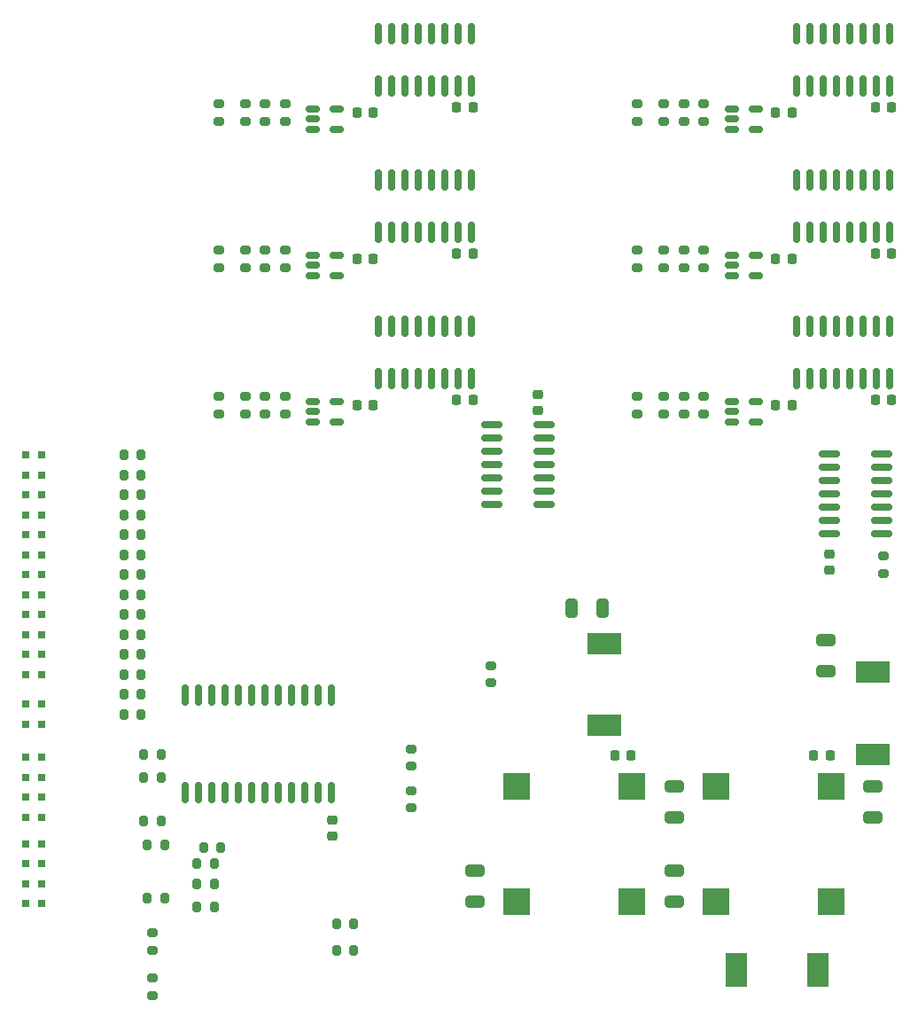
<source format=gbr>
%TF.GenerationSoftware,KiCad,Pcbnew,(7.0.0)*%
%TF.CreationDate,2023-03-12T03:04:05-07:00*%
%TF.ProjectId,EnergyMonitor - ESP PCB,456e6572-6779-44d6-9f6e-69746f72202d,rev?*%
%TF.SameCoordinates,Original*%
%TF.FileFunction,Paste,Top*%
%TF.FilePolarity,Positive*%
%FSLAX46Y46*%
G04 Gerber Fmt 4.6, Leading zero omitted, Abs format (unit mm)*
G04 Created by KiCad (PCBNEW (7.0.0)) date 2023-03-12 03:04:05*
%MOMM*%
%LPD*%
G01*
G04 APERTURE LIST*
G04 Aperture macros list*
%AMRoundRect*
0 Rectangle with rounded corners*
0 $1 Rounding radius*
0 $2 $3 $4 $5 $6 $7 $8 $9 X,Y pos of 4 corners*
0 Add a 4 corners polygon primitive as box body*
4,1,4,$2,$3,$4,$5,$6,$7,$8,$9,$2,$3,0*
0 Add four circle primitives for the rounded corners*
1,1,$1+$1,$2,$3*
1,1,$1+$1,$4,$5*
1,1,$1+$1,$6,$7*
1,1,$1+$1,$8,$9*
0 Add four rect primitives between the rounded corners*
20,1,$1+$1,$2,$3,$4,$5,0*
20,1,$1+$1,$4,$5,$6,$7,0*
20,1,$1+$1,$6,$7,$8,$9,0*
20,1,$1+$1,$8,$9,$2,$3,0*%
G04 Aperture macros list end*
%ADD10RoundRect,0.225000X-0.250000X0.225000X-0.250000X-0.225000X0.250000X-0.225000X0.250000X0.225000X0*%
%ADD11RoundRect,0.150000X-0.150000X0.875000X-0.150000X-0.875000X0.150000X-0.875000X0.150000X0.875000X0*%
%ADD12RoundRect,0.200000X0.275000X-0.200000X0.275000X0.200000X-0.275000X0.200000X-0.275000X-0.200000X0*%
%ADD13RoundRect,0.200000X-0.275000X0.200000X-0.275000X-0.200000X0.275000X-0.200000X0.275000X0.200000X0*%
%ADD14RoundRect,0.250000X0.650000X-0.325000X0.650000X0.325000X-0.650000X0.325000X-0.650000X-0.325000X0*%
%ADD15RoundRect,0.250000X-0.650000X0.325000X-0.650000X-0.325000X0.650000X-0.325000X0.650000X0.325000X0*%
%ADD16RoundRect,0.225000X0.225000X0.250000X-0.225000X0.250000X-0.225000X-0.250000X0.225000X-0.250000X0*%
%ADD17R,2.500000X2.500000*%
%ADD18R,2.000000X3.200000*%
%ADD19RoundRect,0.250000X0.325000X0.650000X-0.325000X0.650000X-0.325000X-0.650000X0.325000X-0.650000X0*%
%ADD20R,3.200000X2.000000*%
%ADD21RoundRect,0.225000X0.250000X-0.225000X0.250000X0.225000X-0.250000X0.225000X-0.250000X-0.225000X0*%
%ADD22RoundRect,0.200000X0.200000X0.275000X-0.200000X0.275000X-0.200000X-0.275000X0.200000X-0.275000X0*%
%ADD23RoundRect,0.150000X-0.825000X-0.150000X0.825000X-0.150000X0.825000X0.150000X-0.825000X0.150000X0*%
%ADD24RoundRect,0.150000X0.825000X0.150000X-0.825000X0.150000X-0.825000X-0.150000X0.825000X-0.150000X0*%
%ADD25R,0.800000X0.800000*%
%ADD26RoundRect,0.150000X-0.150000X0.825000X-0.150000X-0.825000X0.150000X-0.825000X0.150000X0.825000X0*%
%ADD27RoundRect,0.150000X-0.512500X-0.150000X0.512500X-0.150000X0.512500X0.150000X-0.512500X0.150000X0*%
%ADD28RoundRect,0.225000X-0.225000X-0.250000X0.225000X-0.250000X0.225000X0.250000X-0.225000X0.250000X0*%
%ADD29RoundRect,0.200000X-0.200000X-0.275000X0.200000X-0.275000X0.200000X0.275000X-0.200000X0.275000X0*%
G04 APERTURE END LIST*
D10*
%TO.C,C1*%
X118653000Y-95509000D03*
X118653000Y-97059000D03*
%TD*%
D11*
%TO.C,U4*%
X71115000Y-109010000D03*
X69845000Y-109010000D03*
X68575000Y-109010000D03*
X67305000Y-109010000D03*
X66035000Y-109010000D03*
X64765000Y-109010000D03*
X63495000Y-109010000D03*
X62225000Y-109010000D03*
X60955000Y-109010000D03*
X59685000Y-109010000D03*
X58415000Y-109010000D03*
X57145000Y-109010000D03*
X57145000Y-118310000D03*
X58415000Y-118310000D03*
X59685000Y-118310000D03*
X60955000Y-118310000D03*
X62225000Y-118310000D03*
X63495000Y-118310000D03*
X64765000Y-118310000D03*
X66035000Y-118310000D03*
X67305000Y-118310000D03*
X68575000Y-118310000D03*
X69845000Y-118310000D03*
X71115000Y-118310000D03*
%TD*%
D12*
%TO.C,R3*%
X86355000Y-107805000D03*
X86355000Y-106155000D03*
%TD*%
D13*
%TO.C,R1*%
X53970000Y-131695000D03*
X53970000Y-133345000D03*
%TD*%
D14*
%TO.C,C6*%
X84810000Y-128687500D03*
X84810000Y-125737500D03*
%TD*%
%TO.C,C7*%
X103810000Y-128687500D03*
X103810000Y-125737500D03*
%TD*%
D15*
%TO.C,C8*%
X103810000Y-117712500D03*
X103810000Y-120662500D03*
%TD*%
%TO.C,C9*%
X122810000Y-117712500D03*
X122810000Y-120662500D03*
%TD*%
D16*
%TO.C,C10*%
X99710000Y-114700000D03*
X98160000Y-114700000D03*
%TD*%
%TO.C,C11*%
X118710000Y-114700000D03*
X117160000Y-114700000D03*
%TD*%
D17*
%TO.C,U6*%
X107809999Y-128699999D03*
X107809999Y-117699999D03*
X118809999Y-117699999D03*
X118809999Y-128699999D03*
%TD*%
D18*
%TO.C,L1*%
X117559999Y-135249999D03*
X109759999Y-135249999D03*
%TD*%
D17*
%TO.C,U5*%
X88809999Y-128699999D03*
X88809999Y-117699999D03*
X99809999Y-117699999D03*
X99809999Y-128699999D03*
%TD*%
D19*
%TO.C,C12*%
X96974000Y-100706000D03*
X94024000Y-100706000D03*
%TD*%
D20*
%TO.C,L2*%
X97149999Y-111844999D03*
X97149999Y-104044999D03*
%TD*%
%TO.C,L3*%
X122809999Y-114599999D03*
X122809999Y-106799999D03*
%TD*%
D14*
%TO.C,C13*%
X118310000Y-106675000D03*
X118310000Y-103725000D03*
%TD*%
D21*
%TO.C,C3*%
X90800000Y-81783000D03*
X90800000Y-80233000D03*
%TD*%
D10*
%TO.C,C2*%
X71130000Y-120885000D03*
X71130000Y-122435000D03*
%TD*%
D22*
%TO.C,R4*%
X55156250Y-123252750D03*
X53506250Y-123252750D03*
%TD*%
%TO.C,R5*%
X55156250Y-128332750D03*
X53506250Y-128332750D03*
%TD*%
D23*
%TO.C,U3*%
X86420000Y-83180000D03*
X86420000Y-84450000D03*
X86420000Y-85720000D03*
X86420000Y-86990000D03*
X86420000Y-88260000D03*
X86420000Y-89530000D03*
X86420000Y-90800000D03*
X91370000Y-90800000D03*
X91370000Y-89530000D03*
X91370000Y-88260000D03*
X91370000Y-86990000D03*
X91370000Y-85720000D03*
X91370000Y-84450000D03*
X91370000Y-83180000D03*
%TD*%
D24*
%TO.C,U1*%
X123628000Y-93594000D03*
X123628000Y-92324000D03*
X123628000Y-91054000D03*
X123628000Y-89784000D03*
X123628000Y-88514000D03*
X123628000Y-87244000D03*
X123628000Y-85974000D03*
X118678000Y-85974000D03*
X118678000Y-87244000D03*
X118678000Y-88514000D03*
X118678000Y-89784000D03*
X118678000Y-91054000D03*
X118678000Y-92324000D03*
X118678000Y-93594000D03*
%TD*%
D12*
%TO.C,R2*%
X123820000Y-97340000D03*
X123820000Y-95690000D03*
%TD*%
D13*
%TO.C,R6*%
X78735000Y-114105000D03*
X78735000Y-115755000D03*
%TD*%
D25*
%TO.C,D6*%
X41904999Y-123184999D03*
X43404999Y-123184999D03*
%TD*%
D22*
%TO.C,R28*%
X59875000Y-125090000D03*
X58225000Y-125090000D03*
%TD*%
D25*
%TO.C,D16*%
X43404999Y-106979999D03*
X41904999Y-106979999D03*
%TD*%
D26*
%TO.C,U15*%
X124455000Y-59815000D03*
X123185000Y-59815000D03*
X121915000Y-59815000D03*
X120645000Y-59815000D03*
X119375000Y-59815000D03*
X118105000Y-59815000D03*
X116835000Y-59815000D03*
X115565000Y-59815000D03*
X115565000Y-64765000D03*
X116835000Y-64765000D03*
X118105000Y-64765000D03*
X119375000Y-64765000D03*
X120645000Y-64765000D03*
X121915000Y-64765000D03*
X123185000Y-64765000D03*
X124455000Y-64765000D03*
%TD*%
D25*
%TO.C,D11*%
X43404999Y-97454999D03*
X41904999Y-97454999D03*
%TD*%
D26*
%TO.C,U7*%
X84450000Y-45845000D03*
X83180000Y-45845000D03*
X81910000Y-45845000D03*
X80640000Y-45845000D03*
X79370000Y-45845000D03*
X78100000Y-45845000D03*
X76830000Y-45845000D03*
X75560000Y-45845000D03*
X75560000Y-50795000D03*
X76830000Y-50795000D03*
X78100000Y-50795000D03*
X79370000Y-50795000D03*
X80640000Y-50795000D03*
X81910000Y-50795000D03*
X83180000Y-50795000D03*
X84450000Y-50795000D03*
%TD*%
D27*
%TO.C,U14*%
X109347500Y-53020000D03*
X109347500Y-53970000D03*
X109347500Y-54920000D03*
X111622500Y-54920000D03*
X111622500Y-53020000D03*
%TD*%
D12*
%TO.C,R17*%
X104770000Y-54160000D03*
X104770000Y-52510000D03*
%TD*%
D28*
%TO.C,C19*%
X73515000Y-67305000D03*
X75065000Y-67305000D03*
%TD*%
D22*
%TO.C,R27*%
X59875000Y-126995000D03*
X58225000Y-126995000D03*
%TD*%
D26*
%TO.C,U17*%
X124455000Y-73785000D03*
X123185000Y-73785000D03*
X121915000Y-73785000D03*
X120645000Y-73785000D03*
X119375000Y-73785000D03*
X118105000Y-73785000D03*
X116835000Y-73785000D03*
X115565000Y-73785000D03*
X115565000Y-78735000D03*
X116835000Y-78735000D03*
X118105000Y-78735000D03*
X119375000Y-78735000D03*
X120645000Y-78735000D03*
X121915000Y-78735000D03*
X123185000Y-78735000D03*
X124455000Y-78735000D03*
%TD*%
D29*
%TO.C,R42*%
X53145000Y-120950000D03*
X54795000Y-120950000D03*
%TD*%
%TO.C,R11*%
X51240000Y-101265000D03*
X52890000Y-101265000D03*
%TD*%
D25*
%TO.C,D20*%
X43404999Y-91739999D03*
X41904999Y-91739999D03*
%TD*%
D12*
%TO.C,R31*%
X64765000Y-82100000D03*
X64765000Y-80450000D03*
%TD*%
D13*
%TO.C,R53*%
X100325000Y-80450000D03*
X100325000Y-82100000D03*
%TD*%
%TO.C,R34*%
X62860000Y-80450000D03*
X62860000Y-82100000D03*
%TD*%
%TO.C,R50*%
X102865000Y-66480000D03*
X102865000Y-68130000D03*
%TD*%
D25*
%TO.C,D19*%
X43404999Y-89834999D03*
X41904999Y-89834999D03*
%TD*%
D29*
%TO.C,R10*%
X51240000Y-99360000D03*
X52890000Y-99360000D03*
%TD*%
D16*
%TO.C,C26*%
X124595000Y-80767000D03*
X123045000Y-80767000D03*
%TD*%
D27*
%TO.C,U10*%
X69342500Y-53020000D03*
X69342500Y-53970000D03*
X69342500Y-54920000D03*
X71617500Y-54920000D03*
X71617500Y-53020000D03*
%TD*%
D26*
%TO.C,U11*%
X84450000Y-73785000D03*
X83180000Y-73785000D03*
X81910000Y-73785000D03*
X80640000Y-73785000D03*
X79370000Y-73785000D03*
X78100000Y-73785000D03*
X76830000Y-73785000D03*
X75560000Y-73785000D03*
X75560000Y-78735000D03*
X76830000Y-78735000D03*
X78100000Y-78735000D03*
X79370000Y-78735000D03*
X80640000Y-78735000D03*
X81910000Y-78735000D03*
X83180000Y-78735000D03*
X84450000Y-78735000D03*
%TD*%
D25*
%TO.C,D9*%
X43404999Y-118739999D03*
X41904999Y-118739999D03*
%TD*%
D13*
%TO.C,R44*%
X62860000Y-52510000D03*
X62860000Y-54160000D03*
%TD*%
D25*
%TO.C,D10*%
X43404999Y-120644999D03*
X41904999Y-120644999D03*
%TD*%
D13*
%TO.C,R48*%
X102865000Y-52510000D03*
X102865000Y-54160000D03*
%TD*%
%TO.C,R15*%
X78735000Y-118105000D03*
X78735000Y-119755000D03*
%TD*%
D25*
%TO.C,D8*%
X43404999Y-116834999D03*
X41904999Y-116834999D03*
%TD*%
D29*
%TO.C,R55*%
X51240000Y-95550000D03*
X52890000Y-95550000D03*
%TD*%
D22*
%TO.C,R8*%
X52890000Y-108885000D03*
X51240000Y-108885000D03*
%TD*%
D13*
%TO.C,R29*%
X53970000Y-136000000D03*
X53970000Y-137650000D03*
%TD*%
%TO.C,R35*%
X60320000Y-80450000D03*
X60320000Y-82100000D03*
%TD*%
D25*
%TO.C,D18*%
X43404999Y-87929999D03*
X41904999Y-87929999D03*
%TD*%
D13*
%TO.C,R51*%
X100325000Y-66480000D03*
X100325000Y-68130000D03*
%TD*%
D25*
%TO.C,D5*%
X41904999Y-125089999D03*
X43404999Y-125089999D03*
%TD*%
D16*
%TO.C,C27*%
X84590000Y-66797000D03*
X83040000Y-66797000D03*
%TD*%
D29*
%TO.C,R40*%
X53145000Y-114600000D03*
X54795000Y-114600000D03*
%TD*%
%TO.C,R43*%
X58860000Y-123490000D03*
X60510000Y-123490000D03*
%TD*%
D22*
%TO.C,R7*%
X52890000Y-110790000D03*
X51240000Y-110790000D03*
%TD*%
D25*
%TO.C,D4*%
X41904999Y-126994999D03*
X43404999Y-126994999D03*
%TD*%
D12*
%TO.C,R21*%
X104770000Y-82100000D03*
X104770000Y-80450000D03*
%TD*%
D28*
%TO.C,C23*%
X113520000Y-81275000D03*
X115070000Y-81275000D03*
%TD*%
D13*
%TO.C,R47*%
X60320000Y-66480000D03*
X60320000Y-68130000D03*
%TD*%
D25*
%TO.C,D13*%
X43404999Y-101264999D03*
X41904999Y-101264999D03*
%TD*%
D26*
%TO.C,U9*%
X84450000Y-59815000D03*
X83180000Y-59815000D03*
X81910000Y-59815000D03*
X80640000Y-59815000D03*
X79370000Y-59815000D03*
X78100000Y-59815000D03*
X76830000Y-59815000D03*
X75560000Y-59815000D03*
X75560000Y-64765000D03*
X76830000Y-64765000D03*
X78100000Y-64765000D03*
X79370000Y-64765000D03*
X80640000Y-64765000D03*
X81910000Y-64765000D03*
X83180000Y-64765000D03*
X84450000Y-64765000D03*
%TD*%
D28*
%TO.C,C20*%
X73515000Y-81275000D03*
X75065000Y-81275000D03*
%TD*%
D29*
%TO.C,R33*%
X51240000Y-106980000D03*
X52890000Y-106980000D03*
%TD*%
D13*
%TO.C,R49*%
X100325000Y-52510000D03*
X100325000Y-54160000D03*
%TD*%
D12*
%TO.C,R16*%
X106675000Y-54160000D03*
X106675000Y-52510000D03*
%TD*%
D29*
%TO.C,R38*%
X51240000Y-89835000D03*
X52890000Y-89835000D03*
%TD*%
%TO.C,R12*%
X51240000Y-103170000D03*
X52890000Y-103170000D03*
%TD*%
D28*
%TO.C,C18*%
X73515000Y-53335000D03*
X75065000Y-53335000D03*
%TD*%
D13*
%TO.C,R46*%
X62860000Y-66480000D03*
X62860000Y-68130000D03*
%TD*%
D29*
%TO.C,R32*%
X51240000Y-105075000D03*
X52890000Y-105075000D03*
%TD*%
D22*
%TO.C,R26*%
X59875000Y-129205000D03*
X58225000Y-129205000D03*
%TD*%
D12*
%TO.C,R22*%
X66670000Y-54160000D03*
X66670000Y-52510000D03*
%TD*%
D29*
%TO.C,R54*%
X51240000Y-93645000D03*
X52890000Y-93645000D03*
%TD*%
D16*
%TO.C,C28*%
X84590000Y-80767000D03*
X83040000Y-80767000D03*
%TD*%
D29*
%TO.C,R39*%
X51240000Y-91740000D03*
X52890000Y-91740000D03*
%TD*%
D12*
%TO.C,R23*%
X64765000Y-54160000D03*
X64765000Y-52510000D03*
%TD*%
%TO.C,R24*%
X66670000Y-68130000D03*
X66670000Y-66480000D03*
%TD*%
D27*
%TO.C,U8*%
X69342500Y-80960000D03*
X69342500Y-81910000D03*
X69342500Y-82860000D03*
X71617500Y-82860000D03*
X71617500Y-80960000D03*
%TD*%
D25*
%TO.C,D2*%
X41904999Y-109849999D03*
X43404999Y-109849999D03*
%TD*%
D28*
%TO.C,C22*%
X113520000Y-67305000D03*
X115070000Y-67305000D03*
%TD*%
D29*
%TO.C,R9*%
X51240000Y-97455000D03*
X52890000Y-97455000D03*
%TD*%
D12*
%TO.C,R30*%
X66670000Y-82100000D03*
X66670000Y-80450000D03*
%TD*%
D16*
%TO.C,C17*%
X84590000Y-52827000D03*
X83040000Y-52827000D03*
%TD*%
D25*
%TO.C,D12*%
X43404999Y-99359999D03*
X41904999Y-99359999D03*
%TD*%
D13*
%TO.C,R45*%
X60320000Y-52510000D03*
X60320000Y-54160000D03*
%TD*%
D29*
%TO.C,R41*%
X53145000Y-116835000D03*
X54795000Y-116835000D03*
%TD*%
D27*
%TO.C,U12*%
X69342500Y-66990000D03*
X69342500Y-67940000D03*
X69342500Y-68890000D03*
X71617500Y-68890000D03*
X71617500Y-66990000D03*
%TD*%
D25*
%TO.C,D1*%
X41904999Y-111754999D03*
X43404999Y-111754999D03*
%TD*%
D12*
%TO.C,R20*%
X106675000Y-82100000D03*
X106675000Y-80450000D03*
%TD*%
%TO.C,R18*%
X106675000Y-68130000D03*
X106675000Y-66480000D03*
%TD*%
D25*
%TO.C,D7*%
X43404999Y-114929999D03*
X41904999Y-114929999D03*
%TD*%
D27*
%TO.C,U18*%
X109347500Y-80960000D03*
X109347500Y-81910000D03*
X109347500Y-82860000D03*
X111622500Y-82860000D03*
X111622500Y-80960000D03*
%TD*%
D25*
%TO.C,D14*%
X43404999Y-103169999D03*
X41904999Y-103169999D03*
%TD*%
%TO.C,D15*%
X43404999Y-105074999D03*
X41904999Y-105074999D03*
%TD*%
D13*
%TO.C,R52*%
X102865000Y-80450000D03*
X102865000Y-82100000D03*
%TD*%
D29*
%TO.C,R37*%
X51240000Y-87930000D03*
X52890000Y-87930000D03*
%TD*%
D12*
%TO.C,R19*%
X104770000Y-68130000D03*
X104770000Y-66480000D03*
%TD*%
D25*
%TO.C,D17*%
X43404999Y-86024999D03*
X41904999Y-86024999D03*
%TD*%
D28*
%TO.C,C21*%
X113520000Y-53335000D03*
X115070000Y-53335000D03*
%TD*%
D25*
%TO.C,D21*%
X43404999Y-93644999D03*
X41904999Y-93644999D03*
%TD*%
D22*
%TO.C,R13*%
X73210000Y-133345000D03*
X71560000Y-133345000D03*
%TD*%
%TO.C,R14*%
X73210000Y-130805000D03*
X71560000Y-130805000D03*
%TD*%
D26*
%TO.C,U13*%
X124455000Y-45845000D03*
X123185000Y-45845000D03*
X121915000Y-45845000D03*
X120645000Y-45845000D03*
X119375000Y-45845000D03*
X118105000Y-45845000D03*
X116835000Y-45845000D03*
X115565000Y-45845000D03*
X115565000Y-50795000D03*
X116835000Y-50795000D03*
X118105000Y-50795000D03*
X119375000Y-50795000D03*
X120645000Y-50795000D03*
X121915000Y-50795000D03*
X123185000Y-50795000D03*
X124455000Y-50795000D03*
%TD*%
D25*
%TO.C,D22*%
X43404999Y-95549999D03*
X41904999Y-95549999D03*
%TD*%
%TO.C,D3*%
X41904999Y-128899999D03*
X43404999Y-128899999D03*
%TD*%
D12*
%TO.C,R25*%
X64765000Y-68130000D03*
X64765000Y-66480000D03*
%TD*%
D29*
%TO.C,R36*%
X51240000Y-86025000D03*
X52890000Y-86025000D03*
%TD*%
D16*
%TO.C,C24*%
X124595000Y-52827000D03*
X123045000Y-52827000D03*
%TD*%
%TO.C,C25*%
X124595000Y-66797000D03*
X123045000Y-66797000D03*
%TD*%
D27*
%TO.C,U16*%
X109347500Y-66990000D03*
X109347500Y-67940000D03*
X109347500Y-68890000D03*
X111622500Y-68890000D03*
X111622500Y-66990000D03*
%TD*%
M02*

</source>
